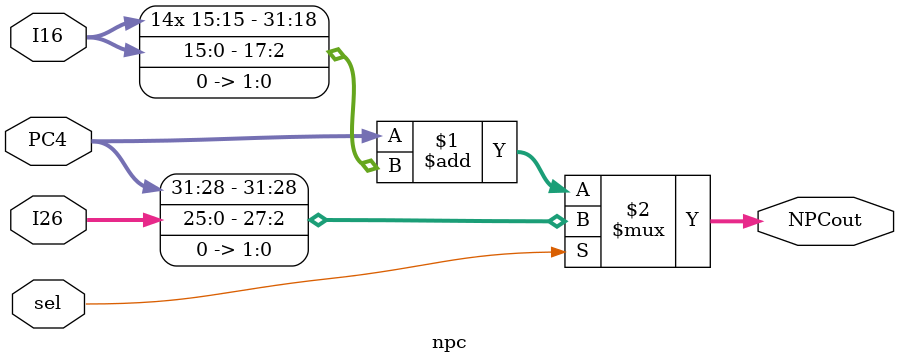
<source format=v>
`timescale 1ns / 1ps
module npc(
	 input sel,
    input [31:0] PC4,
    input [25:0] I26,
    input [15:0] I16,
    output [31:0] NPCout
    );
	assign NPCout = sel ? {PC4[31:28], I26[25:0], 2'b00} : (PC4 + {{14{I16[15]}}, I16[15:0], 2'b00});

endmodule

</source>
